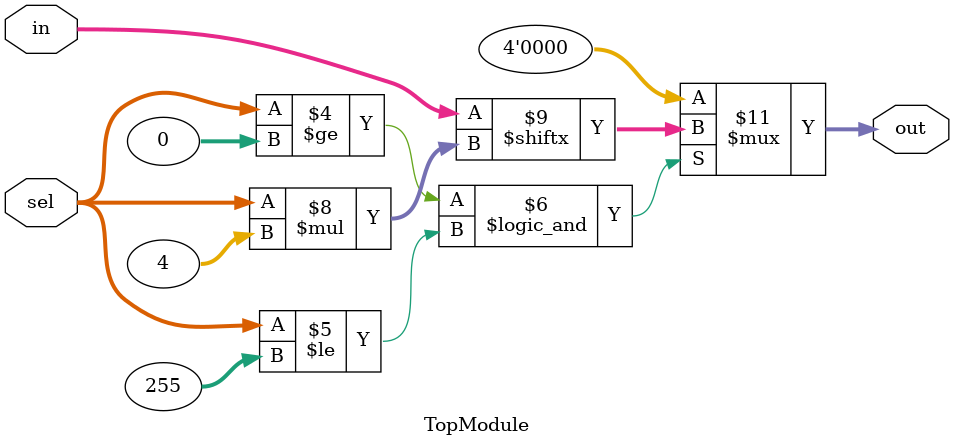
<source format=sv>

module TopModule (
  input [1023:0] in,
  input [7:0] sel,
  output [3:0] out
);
always @(*) begin
    // Calculate the starting index of the selected 4-bit group
    integer start_index;
    
    // Ensure sel is within valid range (0 to 255)
    if (sel >= 0 && sel <= 255) begin
        start_index = sel * 4;
        // Select the appropriate 4 bits from the input vector using correct slicing syntax
        out = in[start_index + 3 : start_index];
    end else begin
        // Handle invalid sel values by setting output to zero or some default value
        out = 4'b0000; // Default value for out-of-range sel
    end
end

endmodule

</source>
